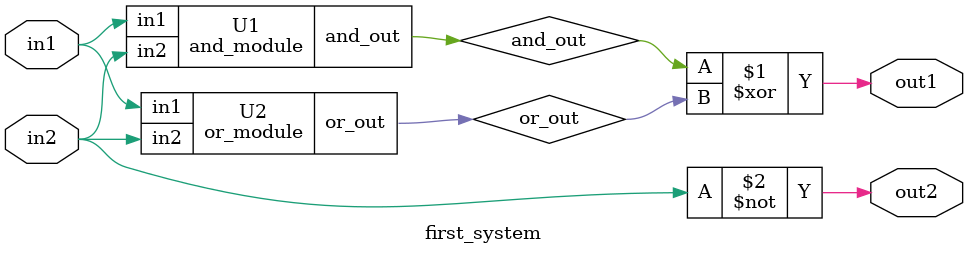
<source format=v>
module and_module(and_out, in1, in2);
input in1,in2;
output and_out;
assign and_out = in1 & in2;
endmodule

module or_module(or_out, in1, in2);
input in1, in2;
output or_out;
assign or_out = in1|in2;
endmodule

module first_system(out1, out2, in1, in2);
input in1, in2;
output out1, out2;
wire and_out, or_out;

and_module U1(.and_out(and_out), .in1(in1), .in2(in2));
or_module U2(.or_out(or_out), .in1(in1),.in2(in2));

assign out1 = and_out ^ or_out;
assign out2 = ~ in2;
endmodule

</source>
